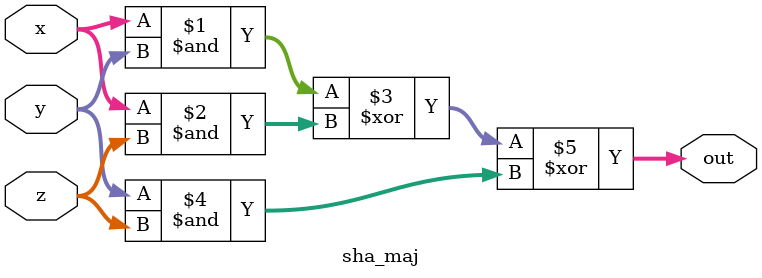
<source format=sv>
module sha_maj(input logic[31:0] x,
input logic[31:0] y,
input logic[31:0] z,
output logic[31:0] out);

assign out=(x & y) ^ (x & z) ^ (y & z);

endmodule

</source>
